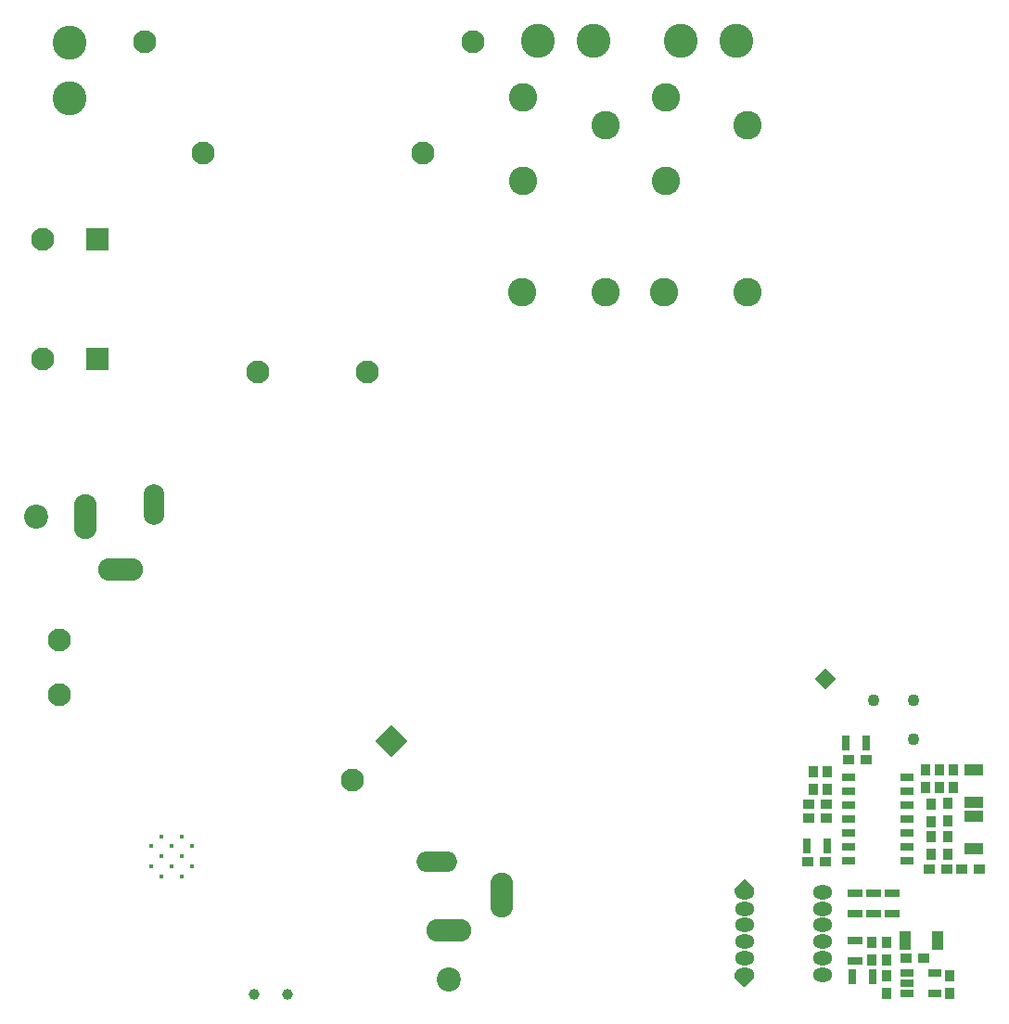
<source format=gbs>
G04*
G04 #@! TF.GenerationSoftware,Altium Limited,Altium Designer,22.6.1 (34)*
G04*
G04 Layer_Color=10964583*
%FSLAX25Y25*%
%MOIN*%
G70*
G04*
G04 #@! TF.SameCoordinates,8414C9FA-97DA-49A9-B933-D5EF8910B524*
G04*
G04*
G04 #@! TF.FilePolarity,Negative*
G04*
G01*
G75*
%ADD19R,0.04194X0.03494*%
%ADD21R,0.03150X0.05512*%
%ADD22R,0.05512X0.03150*%
%ADD28R,0.03494X0.04194*%
%ADD52C,0.12205*%
%ADD53O,0.07087X0.05118*%
%ADD54C,0.04331*%
%ADD55C,0.10236*%
%ADD56O,0.14567X0.07480*%
%ADD57O,0.08268X0.16142*%
%ADD58O,0.16142X0.08268*%
%ADD59C,0.08661*%
%ADD60C,0.08268*%
%ADD61P,0.11692X4X270.0*%
%ADD62C,0.03937*%
%ADD63C,0.01575*%
%ADD64O,0.07480X0.14567*%
%ADD65R,0.08268X0.08268*%
%ADD176R,0.06693X0.03937*%
%ADD177R,0.04724X0.02756*%
%ADD178R,0.03937X0.06693*%
%ADD179R,0.05039X0.02677*%
G36*
X263819Y14764D02*
Y12992D01*
X267008Y9803D01*
X267441D01*
X270827Y13189D01*
Y14842D01*
X263819Y14764D01*
D02*
G37*
G36*
X270827Y43504D02*
Y45276D01*
X267638Y48465D01*
X267205D01*
X263819Y45079D01*
Y43425D01*
X270827Y43504D01*
D02*
G37*
G36*
X296260Y124606D02*
X292323Y120669D01*
X292323D01*
X296260Y116732D01*
X300197Y120669D01*
X300197D01*
X296260Y124606D01*
D02*
G37*
D19*
X339961Y52165D02*
D03*
X333661D02*
D03*
X345472D02*
D03*
X351772D02*
D03*
X325393Y20079D02*
D03*
X331693D02*
D03*
X290157Y54921D02*
D03*
X296457D02*
D03*
X296654Y70472D02*
D03*
X290354D02*
D03*
X296654Y75590D02*
D03*
X290354D02*
D03*
X310991Y91696D02*
D03*
X304691D02*
D03*
D21*
X313386Y13386D02*
D03*
X305906D02*
D03*
X297047Y60630D02*
D03*
X289567D02*
D03*
X311221Y97638D02*
D03*
X303740D02*
D03*
D22*
X307087Y43701D02*
D03*
Y36220D02*
D03*
X313779Y43701D02*
D03*
Y36220D02*
D03*
X320472Y43701D02*
D03*
Y36220D02*
D03*
X307087Y26575D02*
D03*
Y19094D02*
D03*
D28*
X334252Y63977D02*
D03*
Y57677D02*
D03*
X340354D02*
D03*
Y63977D02*
D03*
X334252Y75591D02*
D03*
Y69291D02*
D03*
X340354Y75788D02*
D03*
Y69488D02*
D03*
X337402Y81495D02*
D03*
Y87795D02*
D03*
X332283D02*
D03*
Y81495D02*
D03*
X342520D02*
D03*
Y87795D02*
D03*
X318504Y7677D02*
D03*
Y13977D02*
D03*
X313189Y19685D02*
D03*
Y25985D02*
D03*
X318504Y19685D02*
D03*
Y25985D02*
D03*
X341142Y7677D02*
D03*
Y13977D02*
D03*
X291929Y80905D02*
D03*
Y87205D02*
D03*
X297047D02*
D03*
Y80905D02*
D03*
D52*
X213150Y349803D02*
D03*
X193150D02*
D03*
X264528D02*
D03*
X244528D02*
D03*
X24606Y349370D02*
D03*
Y329370D02*
D03*
D53*
X295276Y43898D02*
D03*
Y37992D02*
D03*
Y32087D02*
D03*
Y26181D02*
D03*
Y20276D02*
D03*
Y14370D02*
D03*
X267323D02*
D03*
Y20276D02*
D03*
Y26181D02*
D03*
Y32087D02*
D03*
Y37992D02*
D03*
Y43898D02*
D03*
D54*
X327946Y113037D02*
D03*
X328046Y98797D02*
D03*
X313873Y112970D02*
D03*
D55*
X268543Y319685D02*
D03*
X238937Y329685D02*
D03*
X268543Y259685D02*
D03*
X238937Y299685D02*
D03*
X238543Y259685D02*
D03*
X217362Y319685D02*
D03*
X187756Y329685D02*
D03*
X217362Y259685D02*
D03*
X187756Y299685D02*
D03*
X187362Y259685D02*
D03*
D56*
X156890Y55020D02*
D03*
D57*
X180118Y42815D02*
D03*
X30413Y178937D02*
D03*
D58*
X161221Y30217D02*
D03*
X43012Y160039D02*
D03*
D59*
X161221Y12500D02*
D03*
X12697Y178937D02*
D03*
D60*
X126308Y84182D02*
D03*
X21063Y114764D02*
D03*
Y134449D02*
D03*
X14961Y235630D02*
D03*
Y278543D02*
D03*
X131890Y230906D02*
D03*
X92520D02*
D03*
X72835Y309646D02*
D03*
X151575D02*
D03*
X51772Y349410D02*
D03*
X169882D02*
D03*
D61*
X140227Y98101D02*
D03*
D62*
X91142Y7283D02*
D03*
X102953D02*
D03*
D63*
X54134Y53209D02*
D03*
Y60433D02*
D03*
X57746Y49596D02*
D03*
Y56821D02*
D03*
Y64045D02*
D03*
X61358Y53209D02*
D03*
Y60433D02*
D03*
X64970Y49596D02*
D03*
Y56821D02*
D03*
Y64045D02*
D03*
X68583Y53209D02*
D03*
Y60433D02*
D03*
D64*
X55216Y183268D02*
D03*
D65*
X34646Y235630D02*
D03*
Y278543D02*
D03*
D176*
X349606Y59646D02*
D03*
Y71063D02*
D03*
Y76378D02*
D03*
Y87795D02*
D03*
D177*
X335827Y14961D02*
D03*
Y7480D02*
D03*
X325590Y14961D02*
D03*
Y11220D02*
D03*
Y7480D02*
D03*
D178*
X325197Y26575D02*
D03*
X336614D02*
D03*
D179*
X304685Y85079D02*
D03*
X325630D02*
D03*
X304685Y80079D02*
D03*
X325630D02*
D03*
X304685Y75079D02*
D03*
X325630D02*
D03*
X304685Y70079D02*
D03*
X325630D02*
D03*
X304685Y65079D02*
D03*
X325630D02*
D03*
X304685Y60079D02*
D03*
X325630D02*
D03*
X304685Y55079D02*
D03*
X325630D02*
D03*
X304685D02*
D03*
X325630D02*
D03*
M02*

</source>
